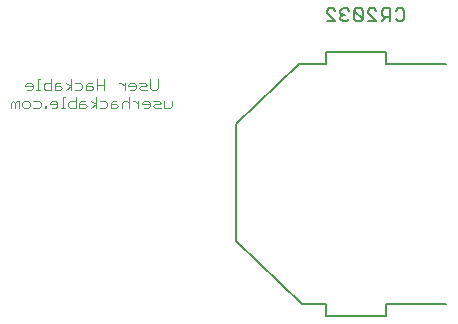
<source format=gbo>
G75*
%MOIN*%
%OFA0B0*%
%FSLAX25Y25*%
%IPPOS*%
%LPD*%
%AMOC8*
5,1,8,0,0,1.08239X$1,22.5*
%
%ADD10C,0.00800*%
%ADD11C,0.00300*%
%ADD12C,0.00500*%
D10*
X0261090Y0155150D02*
X0263892Y0155150D01*
X0261090Y0157952D01*
X0261090Y0158653D01*
X0261790Y0159354D01*
X0263192Y0159354D01*
X0263892Y0158653D01*
X0265694Y0158653D02*
X0265694Y0157952D01*
X0266394Y0157252D01*
X0265694Y0156551D01*
X0265694Y0155851D01*
X0266394Y0155150D01*
X0267796Y0155150D01*
X0268496Y0155851D01*
X0270298Y0155851D02*
X0270998Y0155150D01*
X0272399Y0155150D01*
X0273100Y0155851D01*
X0270298Y0158653D01*
X0270298Y0155851D01*
X0270298Y0158653D02*
X0270998Y0159354D01*
X0272399Y0159354D01*
X0273100Y0158653D01*
X0273100Y0155851D01*
X0274902Y0155150D02*
X0277704Y0155150D01*
X0274902Y0157952D01*
X0274902Y0158653D01*
X0275602Y0159354D01*
X0277003Y0159354D01*
X0277704Y0158653D01*
X0279505Y0158653D02*
X0279505Y0157252D01*
X0280206Y0156551D01*
X0282308Y0156551D01*
X0282308Y0155150D02*
X0282308Y0159354D01*
X0280206Y0159354D01*
X0279505Y0158653D01*
X0280907Y0156551D02*
X0279505Y0155150D01*
X0284109Y0155851D02*
X0284810Y0155150D01*
X0286211Y0155150D01*
X0286912Y0155851D01*
X0286912Y0158653D01*
X0286211Y0159354D01*
X0284810Y0159354D01*
X0284109Y0158653D01*
X0268496Y0158653D02*
X0267796Y0159354D01*
X0266394Y0159354D01*
X0265694Y0158653D01*
X0266394Y0157252D02*
X0267095Y0157252D01*
D11*
X0155998Y0128002D02*
X0155998Y0126150D01*
X0157232Y0126150D02*
X0157232Y0128002D01*
X0156615Y0128619D01*
X0155998Y0128002D01*
X0157232Y0128002D02*
X0157849Y0128619D01*
X0158467Y0128619D01*
X0158467Y0126150D01*
X0159681Y0126767D02*
X0159681Y0128002D01*
X0160298Y0128619D01*
X0161532Y0128619D01*
X0162150Y0128002D01*
X0162150Y0126767D01*
X0161532Y0126150D01*
X0160298Y0126150D01*
X0159681Y0126767D01*
X0163364Y0126150D02*
X0165216Y0126150D01*
X0165833Y0126767D01*
X0165833Y0128002D01*
X0165216Y0128619D01*
X0163364Y0128619D01*
X0167057Y0126767D02*
X0167057Y0126150D01*
X0167674Y0126150D01*
X0167674Y0126767D01*
X0167057Y0126767D01*
X0168889Y0127384D02*
X0171358Y0127384D01*
X0171358Y0126767D02*
X0171358Y0128002D01*
X0170740Y0128619D01*
X0169506Y0128619D01*
X0168889Y0128002D01*
X0168889Y0127384D01*
X0169506Y0126150D02*
X0170740Y0126150D01*
X0171358Y0126767D01*
X0172579Y0126150D02*
X0173813Y0126150D01*
X0173196Y0126150D02*
X0173196Y0129853D01*
X0173813Y0129853D01*
X0175645Y0128619D02*
X0177496Y0128619D01*
X0177496Y0129853D02*
X0177496Y0126150D01*
X0175645Y0126150D01*
X0175027Y0126767D01*
X0175027Y0128002D01*
X0175645Y0128619D01*
X0178710Y0128002D02*
X0178710Y0126150D01*
X0180562Y0126150D01*
X0181179Y0126767D01*
X0180562Y0127384D01*
X0178710Y0127384D01*
X0178710Y0128002D02*
X0179328Y0128619D01*
X0180562Y0128619D01*
X0182397Y0128619D02*
X0184249Y0127384D01*
X0182397Y0126150D01*
X0184249Y0126150D02*
X0184249Y0129853D01*
X0185463Y0128619D02*
X0187314Y0128619D01*
X0187932Y0128002D01*
X0187932Y0126767D01*
X0187314Y0126150D01*
X0185463Y0126150D01*
X0189146Y0126150D02*
X0189146Y0128002D01*
X0189763Y0128619D01*
X0190998Y0128619D01*
X0190998Y0127384D02*
X0189146Y0127384D01*
X0189146Y0126150D02*
X0190998Y0126150D01*
X0191615Y0126767D01*
X0190998Y0127384D01*
X0192829Y0128002D02*
X0192829Y0126150D01*
X0192829Y0128002D02*
X0193446Y0128619D01*
X0194681Y0128619D01*
X0195298Y0128002D01*
X0196516Y0128619D02*
X0197133Y0128619D01*
X0198367Y0127384D01*
X0199582Y0127384D02*
X0202050Y0127384D01*
X0202050Y0126767D02*
X0202050Y0128002D01*
X0201433Y0128619D01*
X0200199Y0128619D01*
X0199582Y0128002D01*
X0199582Y0127384D01*
X0200199Y0126150D02*
X0201433Y0126150D01*
X0202050Y0126767D01*
X0203265Y0126767D02*
X0203882Y0127384D01*
X0205116Y0127384D01*
X0205734Y0128002D01*
X0205116Y0128619D01*
X0203265Y0128619D01*
X0203265Y0126767D02*
X0203882Y0126150D01*
X0205734Y0126150D01*
X0206948Y0126150D02*
X0206948Y0128619D01*
X0209417Y0128619D02*
X0209417Y0126767D01*
X0208799Y0126150D01*
X0206948Y0126150D01*
X0204196Y0132150D02*
X0202961Y0132150D01*
X0202344Y0132767D01*
X0202344Y0135853D01*
X0200512Y0134619D02*
X0198661Y0134619D01*
X0197446Y0134002D02*
X0197446Y0132767D01*
X0196829Y0132150D01*
X0195595Y0132150D01*
X0194978Y0133384D02*
X0197446Y0133384D01*
X0197446Y0134002D02*
X0196829Y0134619D01*
X0195595Y0134619D01*
X0194978Y0134002D01*
X0194978Y0133384D01*
X0193763Y0133384D02*
X0192529Y0134619D01*
X0191912Y0134619D01*
X0193763Y0134619D02*
X0193763Y0132150D01*
X0195298Y0129853D02*
X0195298Y0126150D01*
X0198367Y0126150D02*
X0198367Y0128619D01*
X0199278Y0132150D02*
X0198661Y0132767D01*
X0199278Y0133384D01*
X0200512Y0133384D01*
X0201130Y0134002D01*
X0200512Y0134619D01*
X0201130Y0132150D02*
X0199278Y0132150D01*
X0204196Y0132150D02*
X0204813Y0132767D01*
X0204813Y0135853D01*
X0187011Y0135853D02*
X0187011Y0132150D01*
X0187011Y0134002D02*
X0184542Y0134002D01*
X0183328Y0132767D02*
X0182711Y0132150D01*
X0180859Y0132150D01*
X0180859Y0134002D01*
X0181476Y0134619D01*
X0182711Y0134619D01*
X0182711Y0133384D02*
X0180859Y0133384D01*
X0179645Y0132767D02*
X0179027Y0132150D01*
X0177176Y0132150D01*
X0175961Y0132150D02*
X0175961Y0135853D01*
X0177176Y0134619D02*
X0179027Y0134619D01*
X0179645Y0134002D01*
X0179645Y0132767D01*
X0182711Y0133384D02*
X0183328Y0132767D01*
X0184542Y0132150D02*
X0184542Y0135853D01*
X0175961Y0133384D02*
X0174110Y0132150D01*
X0172892Y0132767D02*
X0172275Y0133384D01*
X0170423Y0133384D01*
X0170423Y0134002D02*
X0170423Y0132150D01*
X0172275Y0132150D01*
X0172892Y0132767D01*
X0172275Y0134619D02*
X0171041Y0134619D01*
X0170423Y0134002D01*
X0169209Y0134619D02*
X0167357Y0134619D01*
X0166740Y0134002D01*
X0166740Y0132767D01*
X0167357Y0132150D01*
X0169209Y0132150D01*
X0169209Y0135853D01*
X0165526Y0135853D02*
X0164909Y0135853D01*
X0164909Y0132150D01*
X0165526Y0132150D02*
X0164291Y0132150D01*
X0163070Y0132767D02*
X0163070Y0134002D01*
X0162453Y0134619D01*
X0161219Y0134619D01*
X0160602Y0134002D01*
X0160602Y0133384D01*
X0163070Y0133384D01*
X0163070Y0132767D02*
X0162453Y0132150D01*
X0161219Y0132150D01*
X0174110Y0134619D02*
X0175961Y0133384D01*
D12*
X0231000Y0121000D02*
X0252000Y0141000D01*
X0261000Y0141000D01*
X0261000Y0145000D01*
X0281000Y0145000D01*
X0281000Y0141000D01*
X0301000Y0141000D01*
X0231000Y0121000D02*
X0231000Y0082000D01*
X0253000Y0061000D01*
X0261000Y0061000D01*
X0261000Y0057000D01*
X0281000Y0057000D01*
X0281000Y0061000D01*
X0301000Y0061000D01*
M02*

</source>
